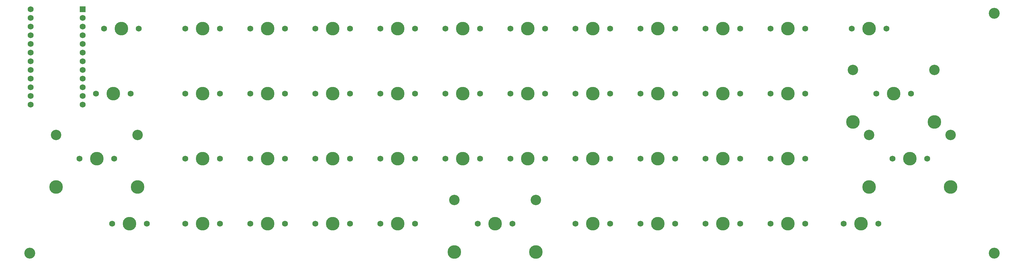
<source format=gts>
G04 #@! TF.GenerationSoftware,KiCad,Pcbnew,(6.0.7)*
G04 #@! TF.CreationDate,2022-10-02T17:15:59-07:00*
G04 #@! TF.ProjectId,keyboard,6b657962-6f61-4726-942e-6b696361645f,rev?*
G04 #@! TF.SameCoordinates,Original*
G04 #@! TF.FileFunction,Soldermask,Top*
G04 #@! TF.FilePolarity,Negative*
%FSLAX46Y46*%
G04 Gerber Fmt 4.6, Leading zero omitted, Abs format (unit mm)*
G04 Created by KiCad (PCBNEW (6.0.7)) date 2022-10-02 17:15:59*
%MOMM*%
%LPD*%
G01*
G04 APERTURE LIST*
%ADD10C,1.750000*%
%ADD11C,3.987800*%
%ADD12C,3.200000*%
%ADD13C,3.048000*%
%ADD14R,1.752600X1.752600*%
%ADD15C,1.752600*%
G04 APERTURE END LIST*
D10*
G04 #@! TO.C,K_10*
X286468625Y-34726000D03*
D11*
X291548625Y-34726000D03*
D10*
X296628625Y-34726000D03*
G04 #@! TD*
G04 #@! TO.C,K_14*
X134068625Y-53776000D03*
X144228625Y-53776000D03*
D11*
X139148625Y-53776000D03*
G04 #@! TD*
G04 #@! TO.C,K_42*
X234398625Y-91876000D03*
D10*
X239478625Y-91876000D03*
X229318625Y-91876000D03*
G04 #@! TD*
D11*
G04 #@! TO.C,K_30*
X215348625Y-72826000D03*
D10*
X210268625Y-72826000D03*
X220428625Y-72826000D03*
G04 #@! TD*
G04 #@! TO.C,K_44*
X277578625Y-91876000D03*
X267418625Y-91876000D03*
D11*
X272498625Y-91876000D03*
G04 #@! TD*
D12*
G04 #@! TO.C,MNT2*
X352000000Y-30250000D03*
G04 #@! TD*
D11*
G04 #@! TO.C,K_31*
X234398625Y-72826000D03*
D10*
X229318625Y-72826000D03*
X239478625Y-72826000D03*
G04 #@! TD*
D11*
G04 #@! TO.C,K_36*
X98667375Y-91876000D03*
D10*
X93587375Y-91876000D03*
X103747375Y-91876000D03*
G04 #@! TD*
D11*
G04 #@! TO.C,K_19*
X234398625Y-53776000D03*
D10*
X239478625Y-53776000D03*
X229318625Y-53776000D03*
G04 #@! TD*
G04 #@! TO.C,K_28*
X172168625Y-72826000D03*
X182328625Y-72826000D03*
D11*
X177248625Y-72826000D03*
G04 #@! TD*
D10*
G04 #@! TO.C,K_16*
X182328625Y-53776000D03*
D11*
X177248625Y-53776000D03*
D10*
X172168625Y-53776000D03*
G04 #@! TD*
G04 #@! TO.C,K_45*
X296628625Y-91876000D03*
X286468625Y-91876000D03*
D11*
X291548625Y-91876000D03*
G04 #@! TD*
D10*
G04 #@! TO.C,K_4*
X182328625Y-34726000D03*
X172168625Y-34726000D03*
D11*
X177248625Y-34726000D03*
G04 #@! TD*
G04 #@! TO.C,K_25*
X120098625Y-72826000D03*
D10*
X125178625Y-72826000D03*
X115018625Y-72826000D03*
G04 #@! TD*
D12*
G04 #@! TO.C,MNT1*
X352000000Y-100500000D03*
G04 #@! TD*
D10*
G04 #@! TO.C,K_1*
X115018625Y-34726000D03*
X125178625Y-34726000D03*
D11*
X120098625Y-34726000D03*
G04 #@! TD*
D10*
G04 #@! TO.C,K_32*
X258528625Y-72826000D03*
X248368625Y-72826000D03*
D11*
X253448625Y-72826000D03*
G04 #@! TD*
D10*
G04 #@! TO.C,K_15*
X153118625Y-53776000D03*
D11*
X158198625Y-53776000D03*
D10*
X163278625Y-53776000D03*
G04 #@! TD*
D11*
G04 #@! TO.C,K_39*
X158198625Y-91876000D03*
D10*
X153118625Y-91876000D03*
X163278625Y-91876000D03*
G04 #@! TD*
D11*
G04 #@! TO.C,K_2*
X139148625Y-34726000D03*
D10*
X134068625Y-34726000D03*
X144228625Y-34726000D03*
G04 #@! TD*
D11*
G04 #@! TO.C,K_3*
X158198625Y-34726000D03*
D10*
X153118625Y-34726000D03*
X163278625Y-34726000D03*
G04 #@! TD*
D11*
G04 #@! TO.C,K_21*
X272498625Y-53776000D03*
D10*
X277578625Y-53776000D03*
X267418625Y-53776000D03*
G04 #@! TD*
D11*
G04 #@! TO.C,K_18*
X215348625Y-53776000D03*
D10*
X210268625Y-53776000D03*
X220428625Y-53776000D03*
G04 #@! TD*
G04 #@! TO.C,K_43*
X248368625Y-91876000D03*
X258528625Y-91876000D03*
D11*
X253448625Y-91876000D03*
G04 #@! TD*
D10*
G04 #@! TO.C,K_17*
X191218625Y-53776000D03*
D11*
X196298625Y-53776000D03*
D10*
X201378625Y-53776000D03*
G04 #@! TD*
G04 #@! TO.C,K_5*
X191218625Y-34726000D03*
D11*
X196298625Y-34726000D03*
D10*
X201378625Y-34726000D03*
G04 #@! TD*
D11*
G04 #@! TO.C,K_20*
X253448625Y-53776000D03*
D10*
X258528625Y-53776000D03*
X248368625Y-53776000D03*
G04 #@! TD*
G04 #@! TO.C,K_8*
X248368625Y-34726000D03*
X258528625Y-34726000D03*
D11*
X253448625Y-34726000D03*
G04 #@! TD*
D10*
G04 #@! TO.C,K_7*
X239478625Y-34726000D03*
X229318625Y-34726000D03*
D11*
X234398625Y-34726000D03*
G04 #@! TD*
G04 #@! TO.C,K_12*
X93904875Y-53776000D03*
D10*
X98984875Y-53776000D03*
X88824875Y-53776000D03*
G04 #@! TD*
G04 #@! TO.C,K_23*
X327584875Y-53776000D03*
D11*
X310566875Y-62031000D03*
X334442875Y-62031000D03*
D13*
X310566875Y-46791000D03*
D11*
X322504875Y-53776000D03*
D10*
X317424875Y-53776000D03*
D13*
X334442875Y-46791000D03*
G04 #@! TD*
D10*
G04 #@! TO.C,K_33*
X267418625Y-72826000D03*
D11*
X272498625Y-72826000D03*
D10*
X277578625Y-72826000D03*
G04 #@! TD*
D11*
G04 #@! TO.C,K_29*
X196298625Y-72826000D03*
D10*
X191218625Y-72826000D03*
X201378625Y-72826000D03*
G04 #@! TD*
G04 #@! TO.C,K_0*
X101366125Y-34726000D03*
D11*
X96286125Y-34726000D03*
D10*
X91206125Y-34726000D03*
G04 #@! TD*
D11*
G04 #@! TO.C,K_24*
X89142375Y-72826000D03*
D13*
X101080375Y-65841000D03*
X77204375Y-65841000D03*
D10*
X84062375Y-72826000D03*
D11*
X101080375Y-81081000D03*
X77204375Y-81081000D03*
D10*
X94222375Y-72826000D03*
G04 #@! TD*
D11*
G04 #@! TO.C,K_37*
X120098625Y-91876000D03*
D10*
X125178625Y-91876000D03*
X115018625Y-91876000D03*
G04 #@! TD*
G04 #@! TO.C,K_41*
X200743625Y-91876000D03*
D11*
X193885625Y-100131000D03*
X217761625Y-100131000D03*
D10*
X210903625Y-91876000D03*
D13*
X193885625Y-84891000D03*
D11*
X205823625Y-91876000D03*
D13*
X217761625Y-84891000D03*
G04 #@! TD*
D10*
G04 #@! TO.C,K_9*
X277578625Y-34726000D03*
X267418625Y-34726000D03*
D11*
X272498625Y-34726000D03*
G04 #@! TD*
G04 #@! TO.C,K_46*
X312979875Y-91876000D03*
D10*
X307899875Y-91876000D03*
X318059875Y-91876000D03*
G04 #@! TD*
G04 #@! TO.C,K_27*
X163278625Y-72826000D03*
X153118625Y-72826000D03*
D11*
X158198625Y-72826000D03*
G04 #@! TD*
D10*
G04 #@! TO.C,K_22*
X296628625Y-53776000D03*
X286468625Y-53776000D03*
D11*
X291548625Y-53776000D03*
G04 #@! TD*
G04 #@! TO.C,K_26*
X139148625Y-72826000D03*
D10*
X144228625Y-72826000D03*
X134068625Y-72826000D03*
G04 #@! TD*
D11*
G04 #@! TO.C,K_40*
X177248625Y-91876000D03*
D10*
X182328625Y-91876000D03*
X172168625Y-91876000D03*
G04 #@! TD*
G04 #@! TO.C,K_38*
X144228625Y-91876000D03*
X134068625Y-91876000D03*
D11*
X139148625Y-91876000D03*
G04 #@! TD*
G04 #@! TO.C,K_35*
X315329375Y-81081000D03*
D13*
X339205375Y-65841000D03*
D11*
X327267375Y-72826000D03*
D10*
X332347375Y-72826000D03*
D13*
X315329375Y-65841000D03*
D11*
X339205375Y-81081000D03*
D10*
X322187375Y-72826000D03*
G04 #@! TD*
D12*
G04 #@! TO.C,MNT3*
X69500000Y-100500000D03*
G04 #@! TD*
D10*
G04 #@! TO.C,K_34*
X286468625Y-72826000D03*
D11*
X291548625Y-72826000D03*
D10*
X296628625Y-72826000D03*
G04 #@! TD*
G04 #@! TO.C,K_13*
X115018625Y-53776000D03*
X125178625Y-53776000D03*
D11*
X120098625Y-53776000D03*
G04 #@! TD*
G04 #@! TO.C,K_11*
X315361125Y-34726000D03*
D10*
X320441125Y-34726000D03*
X310281125Y-34726000D03*
G04 #@! TD*
G04 #@! TO.C,K_6*
X210268625Y-34726000D03*
D11*
X215348625Y-34726000D03*
D10*
X220428625Y-34726000D03*
G04 #@! TD*
D14*
G04 #@! TO.C,U1*
X84983125Y-29011000D03*
D15*
X84983125Y-31551000D03*
X84983125Y-34091000D03*
X84983125Y-36631000D03*
X84983125Y-39171000D03*
X84983125Y-41711000D03*
X84983125Y-44251000D03*
X84983125Y-46791000D03*
X84983125Y-49331000D03*
X84983125Y-51871000D03*
X84983125Y-54411000D03*
X84983125Y-56951000D03*
X69743125Y-56951000D03*
X69743125Y-54411000D03*
X69743125Y-51871000D03*
X69743125Y-49331000D03*
X69743125Y-46791000D03*
X69743125Y-44251000D03*
X69743125Y-41711000D03*
X69743125Y-39171000D03*
X69743125Y-36631000D03*
X69743125Y-34091000D03*
X69743125Y-31551000D03*
X69743125Y-29011000D03*
G04 #@! TD*
M02*

</source>
